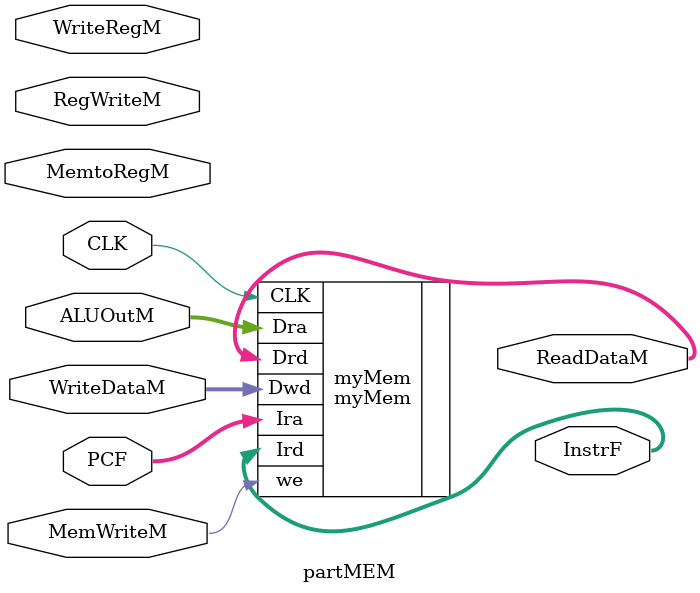
<source format=sv>
module partMEM(input logic CLK,
               input logic RegWriteM, MemtoRegM, MemWriteM,
               input logic [31:0] ALUOutM, WriteDataM, PCF,
               input logic [4:0] WriteRegM,
               output logic [31:0] ReadDataM, InstrF);


myMem myMem(.CLK(CLK), .we(MemWriteM), .Dra(ALUOutM), .Drd(ReadDataM), .Dwd(WriteDataM), .Ira(PCF), .Ird(InstrF));

endmodule
</source>
